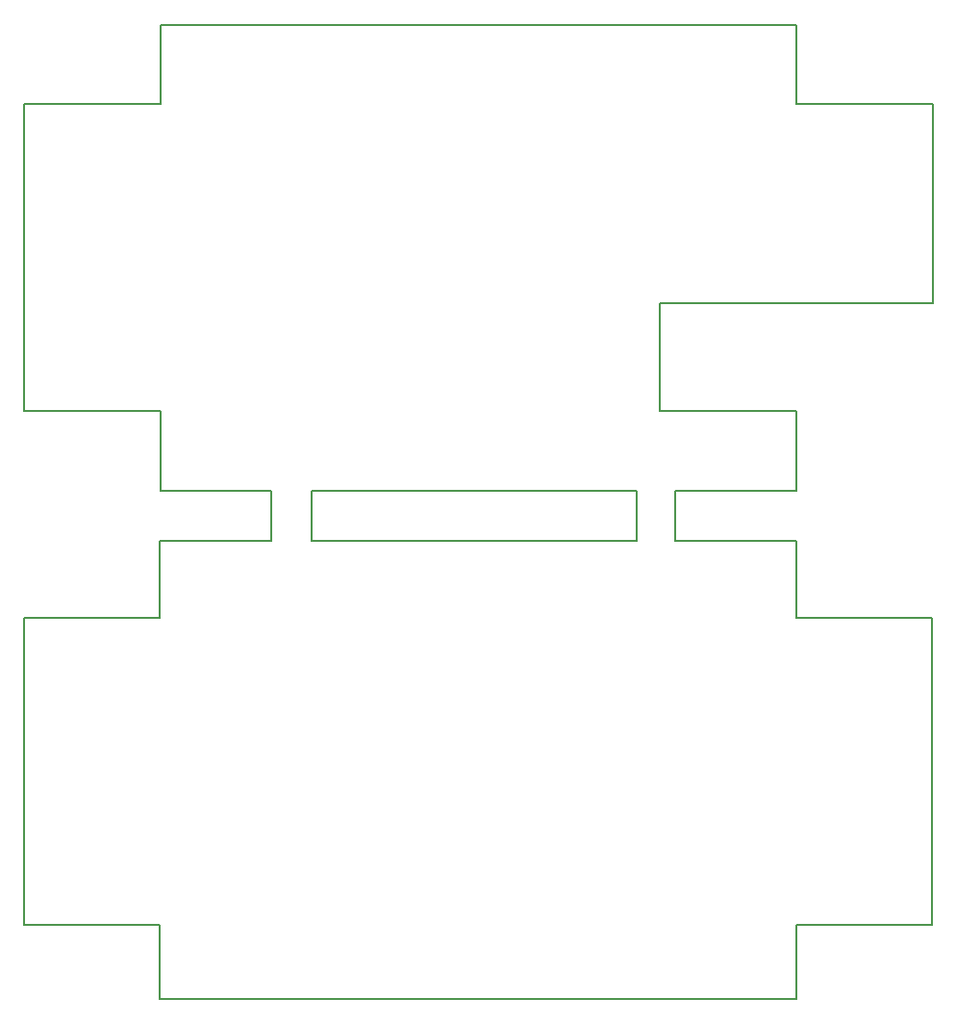
<source format=gbr>
G04 #@! TF.FileFunction,Profile,NP*
%FSLAX46Y46*%
G04 Gerber Fmt 4.6, Leading zero omitted, Abs format (unit mm)*
G04 Created by KiCad (PCBNEW 4.0.7) date Wed Feb 14 18:29:33 2018*
%MOMM*%
%LPD*%
G01*
G04 APERTURE LIST*
%ADD10C,0.100000*%
%ADD11C,0.150000*%
G04 APERTURE END LIST*
D10*
D11*
X50101500Y-59626500D02*
X78740000Y-59626500D01*
X50101500Y-64071500D02*
X50101500Y-59626500D01*
X78740000Y-64071500D02*
X50101500Y-64071500D01*
X78740000Y-59626500D02*
X78740000Y-64071500D01*
X46609000Y-59626500D02*
X46609000Y-64071500D01*
X82169000Y-59626500D02*
X82169000Y-64071500D01*
X82169000Y-64071500D02*
X92778000Y-64071500D01*
X46609000Y-64071500D02*
X36778000Y-64071500D01*
X36809000Y-59626500D02*
X46609000Y-59626500D01*
X82169000Y-59626500D02*
X92809000Y-59626500D01*
X104809000Y-43142000D02*
X104809000Y-25642000D01*
X80809000Y-43142000D02*
X104809000Y-43142000D01*
X80809000Y-52642000D02*
X80809000Y-43142000D01*
X92809000Y-52642000D02*
X80809000Y-52642000D01*
X89809000Y-18642000D02*
X92809000Y-18642000D01*
X92809000Y-53142000D02*
X92809000Y-52642000D01*
X24809000Y-52642000D02*
X24809000Y-25642000D01*
X36809000Y-52642000D02*
X24809000Y-52642000D01*
X36809000Y-53142000D02*
X36809000Y-52642000D01*
X36809000Y-59626500D02*
X36809000Y-53142000D01*
X92809000Y-58642000D02*
X92809000Y-59626500D01*
X92809000Y-53142000D02*
X92809000Y-58642000D01*
X92809000Y-25642000D02*
X104809000Y-25642000D01*
X92809000Y-18642000D02*
X92809000Y-25642000D01*
X36809000Y-18642000D02*
X89809000Y-18642000D01*
X36809000Y-25642000D02*
X36809000Y-18642000D01*
X24809000Y-25642000D02*
X36809000Y-25642000D01*
X24778000Y-70838500D02*
X36778000Y-70838500D01*
X24778000Y-97838500D02*
X24778000Y-70838500D01*
X36778000Y-97838500D02*
X24778000Y-97838500D01*
X92778000Y-97838500D02*
X92778000Y-104338500D01*
X104778000Y-97838500D02*
X92778000Y-97838500D01*
X104778000Y-70838500D02*
X104778000Y-97838500D01*
X92778000Y-70838500D02*
X104778000Y-70838500D01*
X92778000Y-64071500D02*
X92778000Y-70838500D01*
X36778000Y-104338500D02*
X36778000Y-97838500D01*
X36778000Y-64071500D02*
X36778000Y-70838500D01*
X36778000Y-104338500D02*
X92778000Y-104338500D01*
M02*

</source>
